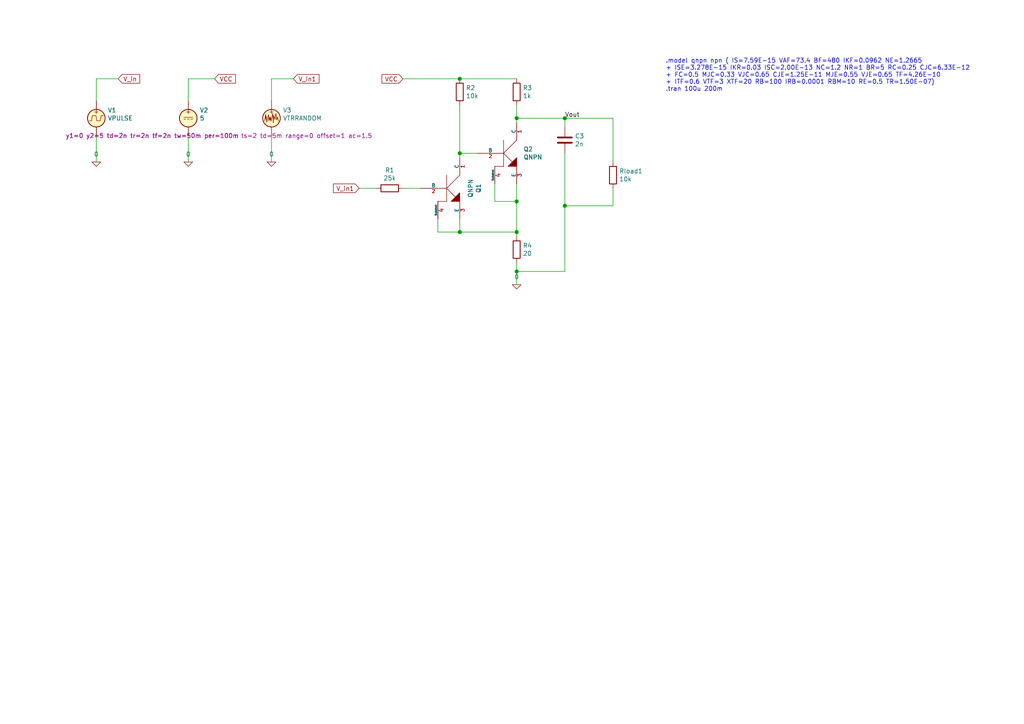
<source format=kicad_sch>
(kicad_sch (version 20210406) (generator eeschema)
  (paper "A4")
  (lib_symbols
    (symbol "Device:C" (pin_numbers hide) (pin_names (offset 0.254))
      (property "Reference" "C" (at 0.635 2.54 0))
      (property "Value" "C" (at 0.635 -2.54 0))
      (symbol "C_0_1"
        (polyline (pts (xy -2.032 -0.762) (xy 2.032 -0.762)) (stroke (width 0.508)))
        (polyline (pts (xy -2.032 0.762) (xy 2.032 0.762)) (stroke (width 0.508)))
      )
      (symbol "C_1_1"
        (pin passive line (at 0 3.81 270) (length 2.794) (name "~") (number "1"))
        (pin passive line (at 0 -3.81 90) (length 2.794) (name "~") (number "2"))
      )
    )
    (symbol "Device:R" (pin_numbers hide) (pin_names (offset 0))
      (property "Reference" "R" (at 2.032 0 90))
      (property "Value" "R" (at 0 0 90))
      (symbol "R_0_1"
        (rectangle (start -1.016 -2.54) (end 1.016 2.54) (stroke (width 0.254)))
      )
      (symbol "R_1_1"
        (pin passive line (at 0 3.81 270) (length 1.27) (name "~") (number "1"))
        (pin passive line (at 0 -3.81 90) (length 1.27) (name "~") (number "2"))
      )
    )
    (symbol "Simulation_SPICE:VDC" (pin_numbers hide) (pin_names (offset 0.0254))
      (property "Reference" "V" (at 2.54 2.54 0))
      (property "Value" "VDC" (at 2.54 0 0))
      (property "Spice_Model" "dc(1)" (at 2.54 -2.54 0))
      (symbol "VDC_0_0"
        (text "+" (at 0 1.905 0) (effects (font (size 1.27 1.27))))
        (polyline (pts (xy -1.27 0.254) (xy 1.27 0.254)))
        (polyline (pts (xy -0.762 -0.254) (xy -1.27 -0.254)))
        (polyline (pts (xy 0.254 -0.254) (xy -0.254 -0.254)))
        (polyline (pts (xy 1.27 -0.254) (xy 0.762 -0.254)))
      )
      (symbol "VDC_0_1"
        (circle (center 0 0) (radius 2.54) (stroke (width 0.254)) (fill (type background)))
      )
      (symbol "VDC_1_1"
        (pin passive line (at 0 5.08 270) (length 2.54) (name "~") (number "1"))
        (pin passive line (at 0 -5.08 90) (length 2.54) (name "~") (number "2"))
      )
    )
    (symbol "Simulation_SPICE:VPULSE" (pin_numbers hide) (pin_names (offset 0.0254))
      (property "Reference" "V" (at 2.54 2.54 0))
      (property "Value" "VPULSE" (at 2.54 0 0))
      (property "Spice_Model" "pulse(0 1 2n 2n 2n 50n 100n)" (at 2.54 -2.54 0))
      (symbol "VPULSE_0_0"
        (text "+" (at 0 1.905 0) (effects (font (size 1.27 1.27))))
        (polyline (pts (xy -2.032 -0.762) (xy -1.397 -0.762) (xy -1.143 0.762) (xy -0.127 0.762) (xy 0.127 -0.762) (xy 1.143 -0.762) (xy 1.397 0.762) (xy 2.032 0.762)))
      )
      (symbol "VPULSE_0_1"
        (circle (center 0 0) (radius 2.54) (stroke (width 0.254)) (fill (type background)))
      )
      (symbol "VPULSE_1_1"
        (pin passive line (at 0 5.08 270) (length 2.54) (name "~") (number "1"))
        (pin passive line (at 0 -5.08 90) (length 2.54) (name "~") (number "2"))
      )
    )
    (symbol "Simulation_SPICE:VTRRANDOM" (pin_numbers hide) (pin_names (offset 0.0254))
      (property "Reference" "V" (at 2.54 2.54 0))
      (property "Value" "VTRRANDOM" (at 2.54 0 0))
      (property "Spice_Model" "trrandom(2 10m 0 1)" (at 2.54 -2.54 0))
      (symbol "VTRRANDOM_0_0"
        (text "+" (at 0 1.905 0) (effects (font (size 1.27 1.27))))
      )
      (symbol "VTRRANDOM_0_1"
        (circle (center 0 0) (radius 2.54) (stroke (width 0.254)) (fill (type background)))
        (polyline (pts (xy -2.032 -0.762) (xy -1.651 1.143) (xy -1.651 -0.254) (xy -1.524 0.508) (xy -1.397 -1.143) (xy -0.889 1.016) (xy -0.762 -0.762) (xy -0.508 0.254) (xy -0.381 -0.508) (xy -0.254 0.381) (xy -0.127 -0.889) (xy 0.381 1.397) (xy 0.508 -1.397) (xy 0.635 0.762) (xy 1.016 -0.381) (xy 1.27 1.397) (xy 1.524 -0.508) (xy 1.778 0.381) (xy 2.032 -0.889)))
      )
      (symbol "VTRRANDOM_1_1"
        (pin passive line (at 0 5.08 270) (length 2.54) (name "~") (number "1"))
        (pin passive line (at 0 -5.08 90) (length 2.54) (name "~") (number "2"))
      )
    )
    (symbol "pspice:0" (power) (pin_names (offset 0))
      (property "Value" "0" (at 0 -1.778 0))
      (symbol "0_0_1"
        (polyline (pts (xy -1.27 0) (xy 0 -1.27) (xy 1.27 0) (xy -1.27 0)))
      )
      (symbol "0_1_1"
        (pin power_in line (at 0 0 0) (length 0) hide (name "0") (number "1"))
      )
    )
    (symbol "pspice:QNPN" (pin_names (offset 0))
      (property "Reference" "Q" (at -2.54 7.62 0))
      (property "Value" "QNPN" (at -2.54 5.08 0))
      (symbol "QNPN_0_0"
        (polyline (pts (xy 0 0) (xy 3.81 -3.81)))
        (polyline (pts (xy 3.81 -3.81) (xy 3.81 -1.27) (xy 1.27 -3.81) (xy 3.81 -3.81)) (fill (type outline)))
      )
      (symbol "QNPN_0_1"
        (polyline (pts (xy 0 -3.81) (xy 0 3.81)))
        (polyline (pts (xy 0 0) (xy 3.81 3.81)))
        (polyline (pts (xy -2.54 -3.81) (xy 0 -3.81) (xy 0 -3.81) (xy 0 -3.81)))
      )
      (symbol "QNPN_1_1"
        (pin passive line (at 3.81 8.89 270) (length 5.08) (name "C") (number "1"))
        (pin input line (at -7.62 0 0) (length 7.62) (name "B") (number "2"))
        (pin passive line (at 3.81 -8.89 90) (length 5.08) (name "E") (number "3"))
        (pin input line (at -2.54 -8.89 90) (length 5.08) (name "Substrat") (number "4"))
      )
    )
  )
  (junction (at 133.35 22.86) (diameter 1.016))
  (junction (at 133.35 44.45) (diameter 1.016))
  (junction (at 133.35 67.31) (diameter 1.016))
  (junction (at 149.86 34.29) (diameter 1.016))
  (junction (at 149.86 58.42) (diameter 1.016))
  (junction (at 149.86 67.31) (diameter 1.016))
  (junction (at 149.86 78.74) (diameter 1.016))
  (junction (at 163.83 34.29) (diameter 1.016))
  (junction (at 163.83 59.69) (diameter 1.016))
  (wire (pts (xy 27.94 22.86) (xy 27.94 29.21)))
  (wire (pts (xy 27.94 22.86) (xy 34.29 22.86)))
  (wire (pts (xy 27.94 39.37) (xy 27.94 46.99)))
  (wire (pts (xy 54.61 22.86) (xy 54.61 29.21)))
  (wire (pts (xy 54.61 39.37) (xy 54.61 46.99)))
  (wire (pts (xy 62.23 22.86) (xy 54.61 22.86)))
  (wire (pts (xy 78.74 22.86) (xy 78.74 29.21)))
  (wire (pts (xy 78.74 22.86) (xy 85.09 22.86)))
  (wire (pts (xy 78.74 39.37) (xy 78.74 46.99)))
  (wire (pts (xy 104.14 54.61) (xy 109.22 54.61)))
  (wire (pts (xy 116.84 22.86) (xy 133.35 22.86)))
  (wire (pts (xy 116.84 54.61) (xy 121.92 54.61)))
  (wire (pts (xy 127 63.5) (xy 127 67.31)))
  (wire (pts (xy 127 67.31) (xy 133.35 67.31)))
  (wire (pts (xy 133.35 22.86) (xy 149.86 22.86)))
  (wire (pts (xy 133.35 44.45) (xy 133.35 30.48)))
  (wire (pts (xy 133.35 44.45) (xy 138.43 44.45)))
  (wire (pts (xy 133.35 45.72) (xy 133.35 44.45)))
  (wire (pts (xy 133.35 63.5) (xy 133.35 67.31)))
  (wire (pts (xy 133.35 67.31) (xy 149.86 67.31)))
  (wire (pts (xy 143.51 53.34) (xy 143.51 58.42)))
  (wire (pts (xy 143.51 58.42) (xy 149.86 58.42)))
  (wire (pts (xy 149.86 34.29) (xy 149.86 30.48)))
  (wire (pts (xy 149.86 34.29) (xy 163.83 34.29)))
  (wire (pts (xy 149.86 35.56) (xy 149.86 34.29)))
  (wire (pts (xy 149.86 58.42) (xy 149.86 53.34)))
  (wire (pts (xy 149.86 58.42) (xy 149.86 67.31)))
  (wire (pts (xy 149.86 67.31) (xy 149.86 68.58)))
  (wire (pts (xy 149.86 76.2) (xy 149.86 78.74)))
  (wire (pts (xy 149.86 78.74) (xy 149.86 82.55)))
  (wire (pts (xy 163.83 36.83) (xy 163.83 34.29)))
  (wire (pts (xy 163.83 44.45) (xy 163.83 59.69)))
  (wire (pts (xy 163.83 59.69) (xy 163.83 78.74)))
  (wire (pts (xy 163.83 59.69) (xy 177.8 59.69)))
  (wire (pts (xy 163.83 78.74) (xy 149.86 78.74)))
  (wire (pts (xy 177.8 34.29) (xy 163.83 34.29)))
  (wire (pts (xy 177.8 46.99) (xy 177.8 34.29)))
  (wire (pts (xy 177.8 59.69) (xy 177.8 54.61)))
  (text ".model qnpn npn ( IS=7.59E-15 VAF=73.4 BF=480 IKF=0.0962 NE=1.2665\n+ ISE=3.278E-15 IKR=0.03 ISC=2.00E-13 NC=1.2 NR=1 BR=5 RC=0.25 CJC=6.33E-12\n+ FC=0.5 MJC=0.33 VJC=0.65 CJE=1.25E-11 MJE=0.55 VJE=0.65 TF=4.26E-10\n+ ITF=0.6 VTF=3 XTF=20 RB=100 IRB=0.0001 RBM=10 RE=0.5 TR=1.50E-07)\n.tran 100u 200m" (at 193.04 26.67 0) (effects (font (size 1.27 1.27)) (justify left bottom)))
  (label "Vout" (at 163.83 34.29 0))
  (global_label "V_in" (shape input) (at 34.29 22.86 0) (property "Intersheet References" "${INTERSHEET_REFS}" (effects hide)))
  (global_label "VCC" (shape input) (at 62.23 22.86 0) (property "Intersheet References" "${INTERSHEET_REFS}" (effects hide)))
  (global_label "V_in1" (shape input) (at 85.09 22.86 0) (property "Intersheet References" "${INTERSHEET_REFS}" (effects hide)))
  (global_label "V_in1" (shape input) (at 104.14 54.61 180) (property "Intersheet References" "${INTERSHEET_REFS}" (effects hide)))
  (global_label "VCC" (shape input) (at 116.84 22.86 180) (property "Intersheet References" "${INTERSHEET_REFS}" (effects hide)))
  (symbol (lib_id "pspice:0") (at 27.94 46.99 0) (unit 1)
    (property "Reference" "#GND01" (effects hide))
    (property "Value" "0" (at 27.94 44.7294 0))
  )
  (symbol (lib_id "pspice:0") (at 54.61 46.99 0) (unit 1)
    (property "Reference" "#GND02" (effects hide))
    (property "Value" "0" (at 54.61 44.7294 0))
  )
  (symbol (lib_id "pspice:0") (at 78.74 46.99 0) (unit 1)
    (property "Reference" "#GND04" (effects hide))
    (property "Value" "0" (at 78.74 44.7294 0))
  )
  (symbol (lib_id "pspice:0") (at 149.86 82.55 0) (unit 1)
    (property "Reference" "#GND03" (effects hide))
    (property "Value" "0" (at 149.86 80.2894 0))
  )
  (symbol (lib_id "Device:R") (at 113.03 54.61 270) (unit 1)
    (property "Reference" "R1" (at 113.03 49.3522 90))
    (property "Value" "25k" (at 113.03 51.6636 90))
  )
  (symbol (lib_id "Device:R") (at 133.35 26.67 180) (unit 1)
    (property "Reference" "R2" (at 135.128 25.5016 0) (effects (justify right)))
    (property "Value" "10k" (at 135.128 27.813 0) (effects (justify right)))
  )
  (symbol (lib_id "Device:R") (at 149.86 26.67 0) (unit 1)
    (property "Reference" "R3" (at 151.638 25.5016 0) (effects (justify left)))
    (property "Value" "1k" (at 151.638 27.813 0) (effects (justify left)))
  )
  (symbol (lib_id "Device:R") (at 149.86 72.39 0) (unit 1)
    (property "Reference" "R4" (at 151.638 71.2216 0) (effects (justify left)))
    (property "Value" "20" (at 151.638 73.533 0) (effects (justify left)))
  )
  (symbol (lib_id "Device:R") (at 177.8 50.8 0) (unit 1)
    (property "Reference" "Rload1" (at 179.578 49.6316 0) (effects (justify left)))
    (property "Value" "10k" (at 179.578 51.943 0) (effects (justify left)))
  )
  (symbol (lib_id "Device:C") (at 163.83 40.64 0) (unit 1)
    (property "Reference" "C3" (at 166.751 39.4716 0) (effects (justify left)))
    (property "Value" "2n" (at 166.751 41.783 0) (effects (justify left)))
  )
  (symbol (lib_id "Simulation_SPICE:VPULSE") (at 27.94 34.29 0) (unit 1)
    (property "Reference" "V1" (at 31.242 31.9786 0) (effects (justify left)))
    (property "Value" "VPULSE" (at 31.242 34.29 0) (effects (justify left)))
    (property "Spice_Netlist_Enabled" "Y" (effects hide))
    (property "Spice_Primitive" "V" (effects hide))
    (property "Spice_Model" "pulse(0 5 2n 2n 2n 50m 100m)" (at 19.05 39.37 0) (effects (justify left)))
  )
  (symbol (lib_id "Simulation_SPICE:VDC") (at 54.61 34.29 0) (unit 1)
    (property "Reference" "V2" (at 57.912 31.9786 0) (effects (justify left)))
    (property "Value" "VDC" (at 57.912 34.29 0) (effects (justify left)))
    (property "Spice_Netlist_Enabled" "Y" (effects hide))
    (property "Spice_Primitive" "V" (effects hide))
    (property "Spice_Model" "dc(5)" (at 57.912 36.6014 0) (effects (justify left)))
  )
  (symbol (lib_id "Simulation_SPICE:VTRRANDOM") (at 78.74 34.29 0) (unit 1)
    (property "Reference" "V3" (at 82.042 31.9786 0) (effects (justify left)))
    (property "Value" "VTRRANDOM" (at 82.042 34.29 0) (effects (justify left)))
    (property "Spice_Netlist_Enabled" "Y" (effects hide))
    (property "Spice_Primitive" "V" (effects hide))
    (property "Spice_Model" "trrandom(2 5m 0 1 1.5)" (at 69.85 39.37 0) (effects (justify left)))
  )
  (symbol (lib_id "pspice:QNPN") (at 129.54 54.61 0) (unit 1)
    (property "Reference" "Q1" (at 138.7856 54.61 90))
    (property "Value" "QNPN" (at 136.4742 54.61 90))
  )
  (symbol (lib_id "pspice:QNPN") (at 146.05 44.45 0) (unit 1)
    (property "Reference" "Q2" (at 151.8158 43.2816 0) (effects (justify left)))
    (property "Value" "QNPN" (at 151.8158 45.593 0) (effects (justify left)))
  )
)
</source>
